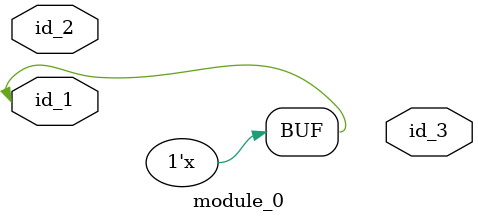
<source format=v>
`timescale 1 ps / 1ps
module module_0 (
    id_1,
    id_2,
    id_3
);
  output id_3;
  input id_2;
  inout id_1;
  assign id_1[1'd0] = id_1[1 : 1];
endmodule

</source>
